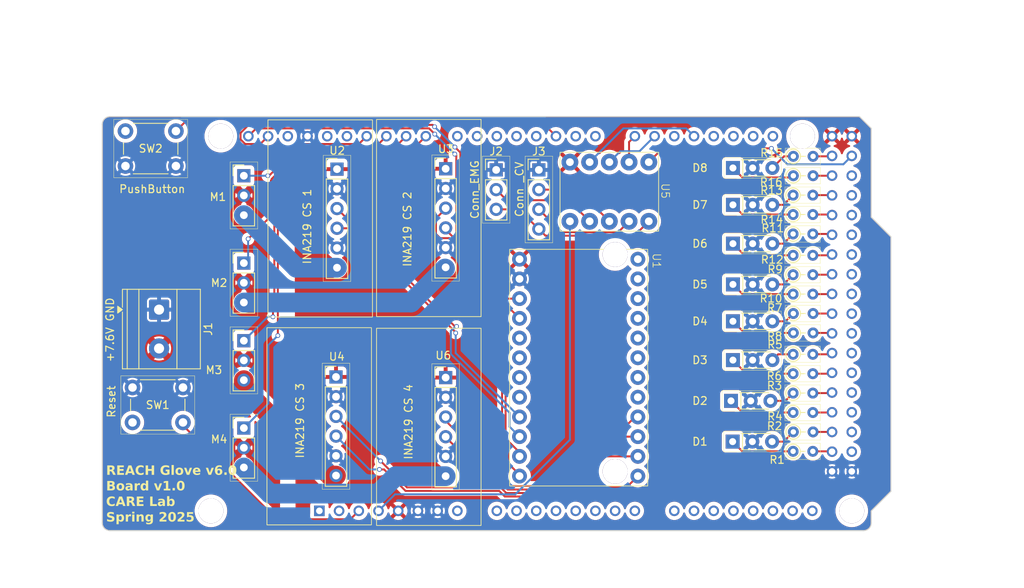
<source format=kicad_pcb>
(kicad_pcb (version 20241229) (generator "pcbnew") (generator_version "9.0")
  (layers (0 "F.Cu" signal) (2 "B.Cu" signal) (13 "F.Paste" user) (15 "B.Paste" user) (5 "F.SilkS" user "F.Silkscreen") (7 "B.SilkS" user "B.Silkscreen") (1 "F.Mask" user) (3 "B.Mask" user) (25 "Edge.Cuts" user))
  (net 0 "")
  (net 44 "GND")
  (net 45 "+3V3")
  (net 46 "+5V")
  (net 47 "VCC")
  (net 48 "/SERVO_V_1")
  (net 49 "+7.5V")
  (net 50 "/SERVO_V_2")
  (net 51 "/SERVO_V_3")
  (net 53 "Net-(U1-SD2)")
  (net 57 "Net-(U1-SC3)")
  (net 58 "Net-(U1-SD3)")
  (net 60 "Net-(U1-SC1)")
  (net 64 "Net-(U1-SD1)")
  (net 65 "Net-(U1-SC0)")
  (net 66 "Net-(U1-SC2)")
  (net 68 "Net-(U1-SD0)")
  (net 72 "Net-(A1-Pad2)")
  (net 73 "Net-(M1-PWM)")
  (net 74 "Net-(M3-PWM)")
  (net 75 "Net-(M4-PWM)")
  (net 76 "Net-(M2-PWM)")
  (net 77 "/SCL")
  (net 78 "/SDA")
  (net 79 "Net-(A1-PadRESET)")
  (net 80 "Net-(J2-Pin_2)")
  (net 81 "/RX2")
  (net 82 "/TX2")
  (net 83 "/RX3")
  (net 84 "/D23")
  (net 85 "/TX3")
  (net 86 "Net-(J2-Pin_3)")
  (net 87 "Net-(J3-Pin_2)")
  (net 88 "Net-(J3-Pin_3)")
  (net 91 "Net-(D1-A1)")
  (net 92 "Net-(D1-A2)")
  (net 93 "/D34")
  (net 94 "/D48")
  (net 95 "/D24")
  (net 96 "/D26")
  (net 97 "/D52")
  (net 99 "/D46")
  (net 100 "/D32")
  (net 101 "/D22")
  (net 103 "/D30")
  (net 104 "/D40")
  (net 105 "/D38")
  (net 106 "/D44")
  (net 107 "/D50")
  (net 108 "/D36")
  (net 109 "/D28")
  (net 110 "/D42")
  (net 111 "Net-(D2-A2)")
  (net 112 "Net-(D2-A1)")
  (net 113 "Net-(D3-A2)")
  (net 114 "Net-(D3-A1)")
  (net 115 "Net-(D4-A1)")
  (net 116 "Net-(D4-A2)")
  (net 117 "Net-(D5-A1)")
  (net 118 "Net-(D5-A2)")
  (net 119 "Net-(D6-A1)")
  (net 120 "Net-(D6-A2)")
  (net 121 "Net-(D7-A2)")
  (net 122 "Net-(D7-A1)")
  (net 123 "Net-(D8-A2)")
  (net 124 "Net-(D8-A1)")
  (net 125 "/SERVO_V_4")
  (footprint "LED_THT:LED_Rectangular_W5.0mm_H2.0mm-3Pins" (layer "F.Cu") (at 162 75.25)
    (property "Reference" "D5")
    (property "Value" "LED_Dual_AKA")
  )
  (footprint "adaFruit:INA219_CS" (layer "F.Cu") (at 112.141 93.5228)
    (property "Reference" "U4")
    (property "Value" "INA219 CS 3")
  )
  (footprint "Resistor_THT:R_Axial_DIN0204_L3.6mm_D1.6mm_P2.54mm_Vertical" (layer "F.Cu") (at 169.75 66.25)
    (property "Reference" "R14")
    (property "Value" "220")
  )
  (footprint "Button_Switch_THT:SW_PUSH_6mm" (layer "F.Cu") (at 83.75 55.5)
    (property "Reference" "SW2")
    (property "Value" "PushButton")
  )
  (footprint "adaFruit:TCA9548A_MultiplexerBreakout" (layer "F.Cu") (at 149.75 72)
    (property "Reference" "U1")
    (property "Value" "PCA9548ADB")
  )
  (footprint "LED_THT:LED_Rectangular_W5.0mm_H2.0mm-3Pins" (layer "F.Cu") (at 162 70)
    (property "Reference" "D6")
    (property "Value" "LED_Dual_AKA")
  )
  (footprint "Connector_PinHeader_2.54mm:PinHeader_1x03_P2.54mm_Vertical" (layer "F.Cu") (at 99 93.75)
    (property "Reference" "M4")
    (property "Value" "Motor_Servo" (hide yes))
  )
  (footprint "Resistor_THT:R_Axial_DIN0204_L3.6mm_D1.6mm_P2.54mm_Vertical" (layer "F.Cu") (at 169.75 86.75)
    (property "Reference" "R6")
    (property "Value" "220")
  )
  (footprint "LED_THT:LED_Rectangular_W5.0mm_H2.0mm-3Pins" (layer "F.Cu") (at 162 65)
    (property "Reference" "D7")
    (property "Value" "LED_Dual_AKA")
  )
  (footprint "LED_THT:LED_Rectangular_W5.0mm_H2.0mm-3Pins" (layer "F.Cu") (at 162 85)
    (property "Reference" "D3")
    (property "Value" "LED_Dual_AKA")
  )
  (footprint "Resistor_THT:R_Axial_DIN0204_L3.6mm_D1.6mm_P2.54mm_Vertical" (layer "F.Cu") (at 169.75 84.25)
    (property "Reference" "R5")
    (property "Value" "220")
  )
  (footprint "LED_THT:LED_Rectangular_W5.0mm_H2.0mm-3Pins" (layer "F.Cu") (at 161.96 95.5)
    (property "Reference" "D1")
    (property "Value" "LED_Dual_AKA")
  )
  (footprint "adaFruit:INA219_CS" (layer "F.Cu") (at 112.27 66.75)
    (property "Reference" "U2")
    (property "Value" "INA219 CS 1")
  )
  (footprint "Resistor_THT:R_Axial_DIN0204_L3.6mm_D1.6mm_P2.54mm_Vertical" (layer "F.Cu") (at 169.75 91.75)
    (property "Reference" "R4")
    (property "Value" "220")
  )
  (footprint "Connector_PinHeader_2.54mm:PinHeader_1x04_P2.54mm_Vertical" (layer "F.Cu") (at 137 60.5)
    (property "Reference" "J3")
    (property "Value" "Conn _CV")
  )
  (footprint "Resistor_THT:R_Axial_DIN0204_L3.6mm_D1.6mm_P2.54mm_Vertical" (layer "F.Cu") (at 169.75 63.75)
    (property "Reference" "R13")
    (property "Value" "220")
  )
  (footprint "Resistor_THT:R_Axial_DIN0204_L3.6mm_D1.6mm_P2.54mm_Vertical" (layer "F.Cu") (at 169.75 76.5)
    (property "Reference" "R10")
    (property "Value" "220")
  )
  (footprint "Resistor_THT:R_Axial_DIN0204_L3.6mm_D1.6mm_P2.54mm_Vertical" (layer "F.Cu") (at 169.75 96.75)
    (property "Reference" "R1")
    (property "Value" "220")
  )
  (footprint "Resistor_THT:R_Axial_DIN0204_L3.6mm_D1.6mm_P2.54mm_Vertical" (layer "F.Cu") (at 169.75 89.25)
    (property "Reference" "R3")
    (property "Value" "220")
  )
  (footprint "Connector_PinHeader_2.54mm:PinHeader_1x03_P2.54mm_Vertical" (layer "F.Cu") (at 99 61.25)
    (property "Reference" "M1")
    (property "Value" "Motor_Servo" (hide yes))
  )
  (footprint "Resistor_THT:R_Axial_DIN0204_L3.6mm_D1.6mm_P2.54mm_Vertical" (layer "F.Cu") (at 169.75 71.5)
    (property "Reference" "R12")
    (property "Value" "220")
  )
  (footprint "Connector_PinHeader_2.54mm:PinHeader_1x03_P2.54mm_Vertical" (layer "F.Cu") (at 99 72.5)
    (property "Reference" "M2")
    (property "Value" "Motor_Servo" (hide yes))
  )
  (footprint "Button_Switch_THT:SW_PUSH_6mm" (layer "F.Cu") (at 84.6594 88.5296)
    (property "Reference" "SW1")
    (property "Value" "Reset")
  )
  (footprint "Resistor_THT:R_Axial_DIN0204_L3.6mm_D1.6mm_P2.54mm_Vertical" (layer "F.Cu") (at 169.78 58.75)
    (property "Reference" "R15")
    (property "Value" "220")
  )
  (footprint "Resistor_THT:R_Axial_DIN0204_L3.6mm_D1.6mm_P2.54mm_Vertical" (layer "F.Cu") (at 169.78 94.25)
    (property "Reference" "R2")
    (property "Value" "220")
  )
  (footprint "Resistor_THT:R_Axial_DIN0204_L3.6mm_D1.6mm_P2.54mm_Vertical" (layer "F.Cu") (at 169.75 74)
    (property "Reference" "R9")
    (property "Value" "220")
  )
  (footprint "Resistor_THT:R_Axial_DIN0204_L3.6mm_D1.6mm_P2.54mm_Vertical" (layer "F.Cu") (at 169.78 79)
    (property "Reference" "R7")
    (property "Value" "220")
  )
  (footprint "adaFruit:INA219_CS" (layer "F.Cu") (at 126.2634 93.599)
    (property "Reference" "U6")
    (property "Value" "INA219 CS 4")
  )
  (footprint "Connector_PinHeader_2.54mm:PinHeader_1x03_P2.54mm_Vertical" (layer "F.Cu") (at 99 82.5)
    (property "Reference" "M3")
    (property "Value" "Motor_Servo" (hide yes))
  )
  (footprint "adaFruit:INA219_CS" (layer "F.Cu") (at 126.2634 66.7004)
    (property "Reference" "U3")
    (property "Value" "INA219 CS 2")
  )
  (footprint "Resistor_THT:R_Axial_DIN0204_L3.6mm_D1.6mm_P2.54mm_Vertical" (layer "F.Cu") (at 169.75 68.75)
    (property "Reference" "R11")
    (property "Value" "220")
  )
  (footprint "TerminalBlock_Phoenix:TerminalBlock_Phoenix_MKDS-1,5-2_1x02_P5.00mm_Horizontal" (layer "F.Cu") (at 88.0775 78.5 -90)
    (property "Reference" "J1")
    (property "Value" "+7.6V GND")
  )
  (footprint "A000067:MODULE_A000067" (layer "F.Cu") (at 131.56 80.3)
    (property "Reference" "A1" (hide yes))
    (property "Value" "A000067" (hide yes))
    (fp_line (start -50.8 25.67) (end -50.8 -25.67) (stroke (width 0.127)) (layer "Edge.Cuts"))
    (fp_line (start -49.8 -26.67) (end 46.736 -26.67) (stroke (width 0.127)) (layer "Edge.Cuts"))
    (fp_line (start 46.736 -26.67) (end 48.26 -25.146) (stroke (width 0.127)) (layer "Edge.Cuts"))
    (fp_line (start 47.26 26.67) (end -49.8 26.67) (stroke (width 0.127)) (layer "Edge.Cuts"))
    (fp_line (start 48.26 -25.146) (end 48.26 -13.716) (stroke (width 0.127)) (layer "Edge.Cuts"))
    (fp_line (start 48.26 -13.716) (end 50.8 -11.176) (stroke (width 0.127)) (layer "Edge.Cuts"))
    (fp_line (start 48.26 24.13) (end 48.26 25.67) (stroke (width 0.127)) (layer "Edge.Cuts"))
    (fp_line (start 50.8 -11.176) (end 50.8 21.59) (stroke (width 0.127)) (layer "Edge.Cuts"))
    (fp_line (start 50.8 21.59) (end 48.26 24.13) (stroke (width 0.127)) (layer "Edge.Cuts"))
    (fp_arc (start -50.8 -25.67) (mid -50.507107 -26.377107) (end -49.8 -26.67) (stroke (width 0.127)) (layer "Edge.Cuts"))
    (fp_arc (start -49.8 26.67) (mid -50.507107 26.377107) (end -50.8 25.67) (stroke (width 0.127)) (layer "Edge.Cuts"))
    (fp_arc (start 48.26 25.67) (mid 47.967107 26.377107) (end 47.26 26.67) (stroke (width 0.127)) (layer "Edge.Cuts"))
  )
  (footprint "LED_THT:LED_Rectangular_W5.0mm_H2.0mm-3Pins" (layer "F.Cu") (at 162 80)
    (property "Reference" "D4")
    (property "Value" "LED_Dual_AKA")
  )
  (footprint "eelLib:Pololu-LLShift_2595" (layer "F.Cu") (at 152.43 58.23 90)
    (property "Reference" "U5")
    (property "Value" "LVL_SHIFT")
  )
  (footprint "Connector_PinHeader_2.54mm:PinHeader_1x03_P2.54mm_Vertical" (layer "F.Cu") (at 131.5 60.5)
    (property "Reference" "J2")
    (property "Value" "Conn_EMG")
  )
  (footprint "LED_THT:LED_Rectangular_W5.0mm_H2.0mm-3Pins" (layer "F.Cu") (at 161.75 90.25)
    (property "Reference" "D2")
    (property "Value" "LED_Dual_AKA")
  )
  (footprint "Resistor_THT:R_Axial_DIN0204_L3.6mm_D1.6mm_P2.54mm_Vertical" (layer "F.Cu") (at 169.78 81.5)
    (property "Reference" "R8")
    (property "Value" "220")
  )
  (footprint "Resistor_THT:R_Axial_DIN0204_L3.6mm_D1.6mm_P2.54mm_Vertical" (layer "F.Cu") (at 169.78 61.25)
    (property "Reference" "R16")
    (property "Value" "220")
  )
  (footprint "LED_THT:LED_Rectangular_W5.0mm_H2.0mm-3Pins" (layer "F.Cu") (at 162 60.25)
    (property "Reference" "D8")
    (property "Value" "LED_Dual_AKA")
  )
  (gr_text "REACH Glove v6.0\nBoard v1.0\nCARE Lab\nSpring 2025" (at 81.25 106 0) (layer "F.SilkS") (effects (font (size 1.1938 1.1938) (thickness 0.28575) (bold yes)) (justify left bottom)))
  (segment (start 133.972273 102.2858) (end 141 95.258073) (width 0.25) (layer "B.Cu") (net 45))
  (segment (start 118.477 102.2858) (end 133.972273 102.2858) (width 0.25) (layer "B.Cu") (net 45))
  (segment (start 141 95.258073) (end 141 67.12) (width 0.25) (layer "B.Cu") (net 45))
  (segment (start 116.3456 104.4172) (end 118.477 102.2858) (width 0.25) (layer "B.Cu") (net 45))
  (segment (start 99 66.33) (end 105.77 73.1) (width 2.54) (layer "B.Cu") (net 48))
  (segment (start 105.77 73.1) (end 111 73.1) (width 2.54) (layer "B.Cu") (net 48))
  (segment (start 120.537 77.58) (end 124.917 73.2) (width 2.54) (layer "B.Cu") (net 50))
  (segment (start 99 77.58) (end 120.537 77.58) (width 2.54) (layer "B.Cu") (net 50))
  (segment (start 99 87.58) (end 99 88.782081) (width 2.54) (layer "F.Cu") (net 51))
  (segment (start 110.090719 99.8728) (end 110.871 99.8728) (width 2.54) (layer "F.Cu") (net 51))
  (segment (start 99 88.782081) (end 110.090719 99.8728) (width 2.54) (layer "F.Cu") (net 51))
  (segment (start 117.063232 99.082842) (end 119.82819 101.8478) (width 0.25) (layer "F.Cu") (net 53))
  (segment (start 141.09351 102.5715) (end 142.31901 101.346) (width 0.25) (layer "F.Cu") (net 53))
  (segment (start 132.61408 102.5715) (end 141.09351 102.5715) (width 0.25) (layer "F.Cu") (net 53))
  (segment (start 119.82819 101.8478) (end 131.89038 101.8478) (width 0.25) (layer "F.Cu") (net 53))
  (segment (start 116.459 99.082842) (end 117.063232 99.082842) (width 0.25) (layer "F.Cu") (net 53))
  (segment (start 131.89038 101.8478) (end 132.61408 102.5715) (width 0.25) (layer "F.Cu") (net 53))
  (segment (start 142.31901 101.346) (end 148.344 101.346) (width 0.25) (layer "F.Cu") (net 53))
  (segment (start 148.344 101.346) (end 149.75 99.94) (width 0.25) (layer "F.Cu") (net 53))
  (via (at 116.459 99.082842) (size 0.6) (drill 0.4) (layers "F.Cu" "B.Cu") (net 53))
  (segment (start 115.161042 99.082842) (end 110.871 94.7928) (width 0.25) (layer "B.Cu") (net 53))
  (segment (start 116.459 99.082842) (end 115.161042 99.082842) (width 0.25) (layer "B.Cu") (net 53))
  (segment (start 140.4879 101.2185) (end 149.3864 92.32) (width 0.25) (layer "F.Cu") (net 57))
  (segment (start 124.9934 92.329) (end 124.9934 92.81121) (width 0.25) (layer "F.Cu") (net 57))
  (segment (start 149.3864 92.32) (end 149.75 92.32) (width 0.25) (layer "F.Cu") (net 57))
  (segment (start 133.40069 101.2185) (end 140.4879 101.2185) (width 0.25) (layer "F.Cu") (net 57))
  (segment (start 124.9934 92.81121) (end 133.40069 101.2185) (width 0.25) (layer "F.Cu") (net 57))
  (segment (start 131.0194 100.9458) (end 132.264 100.9458) (width 0.25) (layer "F.Cu") (net 58))
  (segment (start 145.44039 96.949) (end 145.4686 96.949) (width 0.25) (layer "F.Cu") (net 58))
  (segment (start 124.9934 94.9198) (end 131.0194 100.9458) (width 0.25) (layer "F.Cu") (net 58))
  (segment (start 124.9934 94.869) (end 124.9934 94.9198) (width 0.25) (layer "F.Cu") (net 58))
  (segment (start 147.5576 94.86) (end 149.75 94.86) (width 0.25) (layer "F.Cu") (net 58))
  (segment (start 132.9877 101.6695) (end 140.71989 101.6695) (width 0.25) (layer "F.Cu") (net 58))
  (segment (start 145.4686 96.949) (end 147.5576 94.86) (width 0.25) (layer "F.Cu") (net 58))
  (segment (start 132.264 100.9458) (end 132.9877 101.6695) (width 0.25) (layer "F.Cu") (net 58))
  (segment (start 140.71989 101.6695) (end 145.44039 96.949) (width 0.25) (layer "F.Cu") (net 58))
  (segment (start 123.741 66.756) (end 123.741 68.741) (width 0.25) (layer "F.Cu") (net 60))
  (segment (start 134.51 99.7628) (end 134.51 99.94) (width 0.25) (layer "F.Cu") (net 60))
  (segment (start 132.264 95.28441) (end 133.0452 96.06561) (width 0.25) (layer "F.Cu") (net 60))
  (segment (start 123.741 68.741) (end 124.2912 69.2912) (width 0.25) (layer "F.Cu") (net 60))
  (segment (start 132.264 78.64962) (end 132.264 95.28441) (width 0.25) (layer "F.Cu") (net 60))
  (segment (start 125.45039 69.2912) (end 128.549 72.38981) (width 0.25) (layer "F.Cu") (net 60))
  (segment (start 133.0452 96.06561) (end 133.0452 98.298) (width 0.25) (layer "F.Cu") (net 60))
  (segment (start 124.2912 69.2912) (end 125.45039 69.2912) (width 0.25) (layer "F.Cu") (net 60))
  (segment (start 124.917 65.58) (end 123.741 66.756) (width 0.25) (layer "F.Cu") (net 60))
  (segment (start 128.549 74.93462) (end 132.264 78.64962) (width 0.25) (layer "F.Cu") (net 60))
  (segment (start 128.549 72.38981) (end 128.549 74.93462) (width 0.25) (layer "F.Cu") (net 60))
  (segment (start 133.0452 98.298) (end 134.51 99.7628) (width 0.25) (layer "F.Cu") (net 60))
  (segment (start 129 72.203) (end 129 74.74781) (width 0.25) (layer "F.Cu") (net 64))
  (segment (start 129 74.74781) (end 132.715 78.46281) (width 0.25) (layer "F.Cu") (net 64))
  (segment (start 124.917 68.12) (end 129 72.203) (width 0.25) (layer "F.Cu") (net 64))
  (segment (start 132.715 78.46281) (end 132.715 95.0976) (width 0.25) (layer "F.Cu") (net 64))
  (segment (start 132.715 95.0976) (end 134.51 96.8926) (width 0.25) (layer "F.Cu") (net 64))
  (segment (start 134.51 96.8926) (end 134.51 97.4) (width 0.25) (layer "F.Cu") (net 64))
  (segment (start 126.1777 80.6577) (end 111 65.48) (width 0.25) (layer "F.Cu") (net 65))
  (segment (start 126.4031 80.6577) (end 126.1777 80.6577) (width 0.25) (layer "F.Cu") (net 65))
  (via (at 126.4031 80.6577) (size 0.6) (drill 0.4) (layers "F.Cu" "B.Cu") (net 65))
  (segment (start 126.029502 80.8826) (end 125.6628 81.249302) (width 0.25) (layer "B.Cu") (net 65))
  (segment (start 126.1782 80.8826) (end 126.029502 80.8826) (width 0.25) (layer "B.Cu") (net 65))
  (segment (start 126.4031 80.6577) (end 126.1782 80.8826) (width 0.25) (layer "B.Cu") (net 65))
  (segment (start 133.2315 93.5815) (end 134.51 94.86) (width 0.25) (layer "B.Cu") (net 65))
  (segment (start 125.6628 84.221727) (end 133.2315 91.790427) (width 0.25) (layer "B.Cu") (net 65))
  (segment (start 125.6628 81.249302) (end 125.6628 84.221727) (width 0.25) (layer "B.Cu") (net 65))
  (segment (start 133.2315 91.790427) (end 133.2315 93.5815) (width 0.25) (layer "B.Cu") (net 65))
  (segment (start 132.07719 101.3968) (end 132.80089 102.1205) (width 0.25) (layer "F.Cu") (net 66))
  (segment (start 140.9067 102.1205) (end 145.6272 97.4) (width 0.25) (layer "F.Cu") (net 66))
  (segment (start 116.6114 97.9932) (end 120.015 101.3968) (width 0.25) (layer "F.Cu") (net 66))
  (segment (start 145.6272 97.4) (end 149.75 97.4) (width 0.25) (layer "F.Cu") (net 66))
  (segment (start 132.80089 102.1205) (end 140.9067 102.1205) (width 0.25) (layer "F.Cu") (net 66))
  (segment (start 120.015 101.3968) (end 132.07719 101.3968) (width 0.25) (layer "F.Cu") (net 66))
  (via (at 116.6114 97.9932) (size 0.6) (drill 0.4) (layers "F.Cu" "B.Cu") (net 66))
  (segment (start 110.871 92.2528) (end 116.6114 97.9932) (width 0.25) (layer "B.Cu") (net 66))
  (segment (start 126.2888 81.4324) (end 126.2888 81.5086) (width 0.25) (layer "F.Cu") (net 68))
  (segment (start 112.8776 68.0212) (end 126.2888 81.4324) (width 0.25) (layer "F.Cu") (net 68))
  (segment (start 112.8764 68.02) (end 112.8776 68.0212) (width 0.25) (layer "F.Cu") (net 68))
  (segment (start 111 68.02) (end 112.8764 68.02) (width 0.25) (layer "F.Cu") (net 68))
  (via (at 126.2888 81.5086) (size 0.6) (drill 0.4) (layers "F.Cu" "B.Cu") (net 68))
  (segment (start 126.2888 84.0988) (end 126.2888 81.5086) (width 0.25) (layer "B.Cu") (net 68))
  (segment (start 134.51 92.32) (end 126.2888 84.0988) (width 0.25) (layer "B.Cu") (net 68))
  (segment (start 136.9726 53.9242) (end 139.2056 56.1572) (width 0.25) (layer "F.Cu") (net 72))
  (segment (start 91.8258 53.9242) (end 136.9726 53.9242) (width 0.25) (layer "F.Cu") (net 72))
  (segment (start 90.25 55.5) (end 91.8258 53.9242) (width 0.25) (layer "F.Cu") (net 72))
  (segment (start 102.25 61.25) (end 106.3378 57.1622) (width 0.25) (layer "F.Cu") (net 73))
  (segment (start 106.3378 57.1622) (end 113.8166 57.1622) (width 0.25) (layer "F.Cu") (net 73))
  (segment (start 102.0826 61.25) (end 102.25 61.25) (width 0.25) (layer "F.Cu") (net 73))
  (segment (start 113.8166 57.1622) (end 114.8216 56.1572) (width 0.25) (layer "F.Cu") (net 73))
  (via (at 102.0826 61.25) (size 0.6) (drill 0.4) (layers "F.Cu" "B.Cu") (net 73))
  (segment (start 99 61.25) (end 102.0826 61.25) (width 0.25) (layer "B.Cu") (net 73))
  (segment (start 102.927 78.573) (end 102.927 62.073) (width 0.25) (layer "F.Cu") (net 74))
  (segment (start 102.927 62.073) (end 106.9358 58.0642) (width 0.25) (layer "F.Cu") (net 74))
  (segment (start 102.753 79.4258) (end 102.753 78.747) (width 0.25) (layer "F.Cu") (net 74))
  (segment (start 106.9358 58.0642) (end 117.9946 58.0642) (width 0.25) (layer "F.Cu") (net 74))
  (segment (start 102.753 78.747) (end 102.927 78.573) (width 0.25) (layer "F.Cu") (net 74))
  (segment (start 117.9946 58.0642) (end 119.9016 56.1572) (width 0.25) (layer "F.Cu") (net 74))
  (via (at 102.753 79.4258) (size 0.6) (drill 0.4) (layers "F.Cu" "B.Cu") (net 74))
  (segment (start 99 82.5) (end 102.0742 79.4258) (width 0.25) (layer "B.Cu") (net 74))
  (segment (start 102.0742 79.4258) (end 102.753 79.4258) (width 0.25) (layer "B.Cu") (net 74))
  (segment (start 107.12261 58.5152) (end 120.0836 58.5152) (width 0.25) (layer "F.Cu") (net 75))
  (segment (start 103.378 81.8388) (end 103.378 62.25981) (width 0.25) (layer "F.Cu") (net 75))
  (segment (start 120.0836 58.5152) (end 122.4416 56.1572) (width 0.25) (layer "F.Cu") (net 75))
  (segment (start 103.378 62.25981) (end 107.12261 58.5152) (width 0.25) (layer "F.Cu") (net 75))
  (via (at 103.378 81.8388) (size 0.6) (drill 0.4) (layers "F.Cu" "B.Cu") (net 75))
  (segment (start 103.378 81.8388) (end 102.1588 83.058) (width 0.25) (layer "B.Cu") (net 75))
  (segment (start 102.1588 83.058) (end 102.1588 90.5912) (width 0.25) (layer "B.Cu") (net 75))
  (segment (start 102.1588 90.5912) (end 99 93.75) (width 0.25) (layer "B.Cu") (net 75))
  (segment (start 99.55112 69.38428) (end 102.476 66.4594) (width 0.25) (layer "F.Cu") (net 76))
  (segment (start 102.5906 61.6594) (end 106.6368 57.6132) (width 0.25) (layer "F.Cu") (net 76))
  (segment (start 102.5906 61.77159) (end 102.5906 61.6594) (width 0.25) (layer "F.Cu") (net 76))
  (segment (start 102.476 66.4594) (end 102.476 61.88619) (width 0.25) (layer "F.Cu") (net 76))
  (segment (start 106.6368 57.6132) (end 115.9056 57.6132) (width 0.25) (layer "F.Cu") (net 76))
  (segment (start 102.476 61.88619) (end 102.5906 61.77159) (width 0.25) (layer "F.Cu") (net 76))
  (segment (start 115.9056 57.6132) (end 117.3616 56.1572) (width 0.25) (layer "F.Cu") (net 76))
  (via (at 99.55112 69.38428) (size 0.6) (drill 0.4) (layers "F.Cu" "B.Cu") (net 76))
  (segment (start 99.55112 71.94888) (end 99 72.5) (width 0.25) (layer "B.Cu") (net 76))
  (segment (start 99.55112 69.38428) (end 99.55112 71.94888) (width 0.25) (layer "B.Cu") (net 76))
  (segment (start 129.4384 72.00359) (end 129.4384 71.8566) (width 0.25) (layer "F.Cu") (net 77))
  (segment (start 126.365 68.7832) (end 126.365 58.659315) (width 0.25) (layer "F.Cu") (net 77))
  (segment (start 129.451 72.01619) (end 129.4384 72.00359) (width 0.25) (layer "F.Cu") (net 77))
  (segment (start 100.5866 55.1522) (end 99.5816 56.1572) (width 0.25) (layer "F.Cu") (net 77))
  (segment (start 122.857885 55.1522) (end 100.5866 55.1522) (width 0.25) (layer "F.Cu") (net 77))
  (segment (start 134.51 79.62) (end 134.51 80.12) (width 0.25) (layer "F.Cu") (net 77))
  (segment (start 134.51 79.62) (end 129.451 74.561) (width 0.25) (layer "F.Cu") (net 77))
  (segment (start 129.4384 71.8566) (end 126.365 68.7832) (width 0.25) (layer "F.Cu") (net 77))
  (segment (start 123.591043 55.885357) (end 122.857885 55.1522) (width 0.25) (layer "F.Cu") (net 77))
  (segment (start 129.451 74.561) (end 129.451 72.01619) (width 0.25) (layer "F.Cu") (net 77))
  (segment (start 126.365 58.659315) (end 126.169143 58.463457) (width 0.25) (layer "F.Cu") (net 77))
  (via (at 126.169143 58.463457) (size 0.6) (drill 0.4) (layers "F.Cu" "B.Cu") (net 77))
  (via (at 123.591043 55.885357) (size 0.6) (drill 0.4) (layers "F.Cu" "B.Cu") (net 77))
  (segment (start 126.169143 58.463457) (end 123.591043 55.885357) (width 0.25) (layer "B.Cu") (net 77))
  (segment (start 126.887105 58.256305) (end 126.1872 57.5564) (width 0.25) (layer "F.Cu") (net 78))
  (segment (start 98.5766 56.573485) (end 99.165315 57.1622) (width 0.25) (layer "F.Cu") (net 78))
  (segment (start 101.1166 57.1622) (end 102.1216 56.1572) (width 0.25) (layer "F.Cu") (net 78))
  (segment (start 134.51 77.08) (end 134.51 77.58) (width 0.25) (layer "F.Cu") (net 78))
  (segment (start 99.616315 54.7012) (end 98.5766 55.740915) (width 0.25) (layer "F.Cu") (net 78))
  (segment (start 98.5766 55.740915) (end 98.5766 56.573485) (width 0.25) (layer "F.Cu") (net 78))
  (segment (start 123.571 54.9402) (end 123.332 54.7012) (width 0.25) (layer "F.Cu") (net 78))
  (segment (start 129.902 74.1744) (end 129.902 71.68239) (width 0.25) (layer "F.Cu") (net 78))
  (segment (start 129.902 71.68239) (end 126.887105 68.667495) (width 0.25) (layer "F.Cu") (net 78))
  (segment (start 126.887105 68.667495) (end 126.887105 58.256305) (width 0.25) (layer "F.Cu") (net 78))
  (segment (start 134.51 77.08) (end 132.8076 77.08) (width 0.25) (layer "F.Cu") (net 78))
  (segment (start 123.332 54.7012) (end 99.616315 54.7012) (width 0.25) (layer "F.Cu") (net 78))
  (segment (start 132.8076 77.08) (end 129.902 74.1744) (width 0.25) (layer "F.Cu") (net 78))
  (segment (start 99.165315 57.1622) (end 101.1166 57.1622) (width 0.25) (layer "F.Cu") (net 78))
  (via (at 123.571 54.9402) (size 0.6) (drill 0.4) (layers "F.Cu" "B.Cu") (net 78))
  (via (at 126.1872 57.5564) (size 0.6) (drill 0.4) (layers "F.Cu" "B.Cu") (net 78))
  (segment (start 126.1872 57.5564) (end 123.571 54.9402) (width 0.25) (layer "B.Cu") (net 78))
  (segment (start 112.7228 105.5) (end 113.8056 104.4172) (width 0.25) (layer "F.Cu") (net 79))
  (segment (start 103.25 105.5) (end 112.7228 105.5) (width 0.25) (layer "F.Cu") (net 79))
  (segment (start 90.5 92.75) (end 103.25 105.5) (width 0.25) (layer "F.Cu") (net 79))
  (segment (start 140.824 64.404) (end 132.864 64.404) (width 0.25) (layer "F.Cu") (net 80))
  (segment (start 132.864 64.404) (end 131.5 63.04) (width 0.25) (layer "F.Cu") (net 80))
  (segment (start 143.54 67.12) (end 140.824 64.404) (width 0.25) (layer "F.Cu") (net 80))
  (segment (start 143.54 59.5) (end 147.8878 55.1522) (width 0.25) (layer "B.Cu") (net 81))
  (segment (start 155.9806 55.1522) (end 156.9856 56.1572) (width 0.25) (layer "B.Cu") (net 81))
  (segment (start 147.8878 55.1522) (end 155.9806 55.1522) (width 0.25) (layer "B.Cu") (net 81))
  (segment (start 146.08 59.5) (end 147.4902 58.0898) (width 0.25) (layer "B.Cu") (net 83))
  (segment (start 147.4902 58.0898) (end 149.973 58.0898) (width 0.25) (layer "B.Cu") (net 83))
  (segment (start 149.973 58.0898) (end 151.9056 56.1572) (width 0.25) (layer "B.Cu") (net 83))
  (segment (start 167.000085 57.724) (end 166.9542 57.724) (width 0.25) (layer "F.Cu") (net 84))
  (segment (start 152.936 57.724) (end 165.9128 57.724) (width 0.25) (layer "F.Cu") (net 84))
  (segment (start 151.16 59.5) (end 152.936 57.724) (width 0.25) (layer "F.Cu") (net 84))
  (segment (start 166.9542 57.724) (end 165.9128 57.724) (width 0.25) (layer "F.Cu") (net 84))
  (via (at 166.9542 57.724) (size 0.6) (drill 0.4) (layers "F.Cu" "B.Cu") (net 84))
  (segment (start 176.2268 59.776) (end 169.0062 59.776) (width 0.25) (layer "B.Cu") (net 84))
  (segment (start 169.0062 59.776) (end 166.9542 57.724) (width 0.25) (layer "B.Cu") (net 84))
  (segment (start 177.3056 58.6972) (end 176.2268 59.776) (width 0.25) (layer "B.Cu") (net 84))
  (segment (start 148.62 59.5) (end 148.62 56.9028) (width 0.25) (layer "F.Cu") (net 85))
  (segment (start 148.62 56.9028) (end 149.3656 56.1572) (width 0.25) (layer "F.Cu") (net 85))
  (segment (start 149.3035 68.9765) (end 151.16 67.12) (width 0.25) (layer "F.Cu") (net 86))
  (segment (start 137.8565 68.9765) (end 149.3035 68.9765) (width 0.25) (layer "F.Cu") (net 86))
  (segment (start 137 68.12) (end 137.8565 68.9765) (width 0.25) (layer "F.Cu") (net 86))
  (segment (start 131.5 65.58) (end 134.4394 65.58) (width 0.25) (layer "F.Cu") (net 86))
  (segment (start 136.9794 68.12) (end 137 68.12) (width 0.25) (layer "F.Cu") (net 86))
  (segment (start 134.4394 65.58) (end 136.9794 68.12) (width 0.25) (layer "F.Cu") (net 86))
  (segment (start 142 63.04) (end 146.08 67.12) (width 0.25) (layer "F.Cu") (net 87))
  (segment (start 137 63.04) (end 142 63.04) (width 0.25) (layer "F.Cu") (net 87))
  (segment (start 137 65.58) (end 139.9455 68.5255) (width 0.25) (layer "F.Cu") (net 88))
  (segment (start 147.2145 68.5255) (end 148.62 67.12) (width 0.25) (layer "F.Cu") (net 88))
  (segment (start 139.9455 68.5255) (end 147.2145 68.5255) (width 0.25) (layer "F.Cu") (net 88))
  (segment (start 163.21 96.75) (end 161.96 95.5) (width 0.25) (layer "F.Cu") (net 91))
  (segment (start 169.75 96.75) (end 163.21 96.75) (width 0.25) (layer "F.Cu") (net 91))
  (segment (start 167.04 95.5) (end 168.53 95.5) (width 0.25) (layer "F.Cu") (net 92))
  (segment (start 168.53 95.5) (end 169.78 94.25) (width 0.25) (layer "F.Cu") (net 92))
  (segment (start 174.7028 74) (end 174.7656 73.9372) (width 0.25) (layer "F.Cu") (net 93))
  (segment (start 172.29 74) (end 174.7028 74) (width 0.25) (layer "F.Cu") (net 93))
  (segment (start 172.29 91.75) (end 174.7328 91.75) (width 0.25) (layer "F.Cu") (net 94))
  (segment (start 174.7328 91.75) (end 174.7656 91.7172) (width 0.25) (layer "F.Cu") (net 94))
  (segment (start 172.32 61.25) (end 174.7528 61.25) (width 0.25) (layer "F.Cu") (net 95))
  (segment (start 174.7528 61.25) (end 174.7656 61.2372) (width 0.25) (layer "F.Cu") (net 95))
  (segment (start 172.29 63.75) (end 174.7384 63.75) (width 0.25) (layer "F.Cu") (net 96))
  (segment (start 174.7384 63.75) (end 174.7656 63.7772) (width 0.25) (layer "F.Cu") (net 96))
  (segment (start 172.29 96.75) (end 174.7184 96.75) (width 0.25) (layer "F.Cu") (net 97))
  (segment (start 174.7184 96.75) (end 174.7656 96.7972) (width 0.25) (layer "F.Cu") (net 97))
  (segment (start 174.6928 89.25) (end 174.7656 89.1772) (width 0.25) (layer "F.Cu") (net 99))
  (segment (start 172.29 89.25) (end 174.6928 89.25) (width 0.25) (layer "F.Cu") (net 99))
  (segment (start 172.29 71.5) (end 174.6628 71.5) (width 0.25) (layer "F.Cu") (net 100))
  (segment (start 174.6628 71.5) (end 174.7656 71.3972) (width 0.25) (layer "F.Cu") (net 100))
  (segment (start 174.7128 58.75) (end 174.7656 58.6972) (width 0.25) (layer "F.Cu") (net 101))
  (segment (start 172.32 58.75) (end 174.7128 58.75) (width 0.25) (layer "F.Cu") (net 101))
  (segment (start 172.29 68.75) (end 174.6584 68.75) (width 0.25) (layer "F.Cu") (net 103))
  (segment (start 174.6584 68.75) (end 174.7656 68.8572) (width 0.25) (layer "F.Cu") (net 103))
  (segment (start 172.32 81.5) (end 174.7084 81.5) (width 0.25) (layer "F.Cu") (net 104))
  (segment (start 174.7084 81.5) (end 174.7656 81.5572) (width 0.25) (layer "F.Cu") (net 104))
  (segment (start 172.32 79) (end 174.7484 79) (width 0.25) (layer "F.Cu") (net 105))
  (segment (start 174.7484 79) (end 174.7656 79.0172) (width 0.25) (layer "F.Cu") (net 105))
  (segment (start 172.29 86.75) (end 174.6528 86.75) (width 0.25) (layer "F.Cu") (net 106))
  (segment (start 174.6528 86.75) (end 174.7656 86.6372) (width 0.25) (layer "F.Cu") (net 106))
  (segment (start 174.7584 94.25) (end 174.7656 94.2572) (width 0.25) (layer "F.Cu") (net 107))
  (segment (start 172.32 94.25) (end 174.7584 94.25) (width 0.25) (layer "F.Cu") (net 107))
  (segment (start 172.29 76.5) (end 174.7428 76.5) (width 0.25) (layer "F.Cu") (net 108))
  (segment (start 174.7428 76.5) (end 174.7656 76.4772) (width 0.25) (layer "F.Cu") (net 108))
  (segment (start 172.29 66.25) (end 174.6984 66.25) (width 0.25) (layer "F.Cu") (net 109))
  (segment (start 174.6984 66.25) (end 174.7656 66.3172) (width 0.25) (layer "F.Cu") (net 109))
  (segment (start 172.29 84.25) (end 174.6128 84.25) (width 0.25) (layer "F.Cu") (net 110))
  (segment (start 174.6128 84.25) (end 174.7656 84.0972) (width 0.25) (layer "F.Cu") (net 110))
  (segment (start 166.83 90.25) (end 168.75 90.25) (width 0.25) (layer "F.Cu") (net 111))
  (segment (start 168.75 90.25) (end 169.75 89.25) (width 0.25) (layer "F.Cu") (net 111))
  (segment (start 163.25 91.75) (end 161.75 90.25) (width 0.25) (layer "F.Cu") (net 112))
  (segment (start 169.75 91.75) (end 163.25 91.75) (width 0.25) (layer "F.Cu") (net 112))
  (segment (start 167.83 84.25) (end 169.75 84.25) (width 0.25) (layer "F.Cu") (net 113))
  (segment (start 167.08 85) (end 167.83 84.25) (width 0.25) (layer "F.Cu") (net 113))
  (segment (start 169.75 86.75) (end 163.75 86.75) (width 0.25) (layer "F.Cu") (net 114))
  (segment (start 163.75 86.75) (end 162 85) (width 0.25) (layer "F.Cu") (net 114))
  (segment (start 169.78 81.5) (end 163.5 81.5) (width 0.25) (layer "F.Cu") (net 115))
  (segment (start 163.5 81.5) (end 162 80) (width 0.25) (layer "F.Cu") (net 115))
  (segment (start 167.08 80) (end 168.78 80) (width 0.25) (layer "F.Cu") (net 116))
  (segment (start 168.78 80) (end 169.78 79) (width 0.25) (layer "F.Cu") (net 116))
  (segment (start 163.25 76.5) (end 169.75 76.5) (width 0.25) (layer "F.Cu") (net 117))
  (segment (start 162 75.25) (end 163.25 76.5) (width 0.25) (layer "F.Cu") (net 117))
  (segment (start 167.08 75.25) (end 168.5 75.25) (width 0.25) (layer "F.Cu") (net 118))
  (segment (start 168.5 75.25) (end 169.75 74) (width 0.25) (layer "F.Cu") (net 118))
  (segment (start 163.5 71.5) (end 169.75 71.5) (width 0.25) (layer "F.Cu") (net 119))
  (segment (start 162 70) (end 163.5 71.5) (width 0.25) (layer "F.Cu") (net 119))
  (segment (start 167.08 70) (end 168.5 70) (width 0.25) (layer "F.Cu") (net 120))
  (segment (start 168.5 70) (end 169.75 68.75) (width 0.25) (layer "F.Cu") (net 120))
  (segment (start 167.08 65) (end 168.5 65) (width 0.25) (layer "F.Cu") (net 121))
  (segment (start 168.5 65) (end 169.75 63.75) (width 0.25) (layer "F.Cu") (net 121))
  (segment (start 169.75 66.25) (end 163.25 66.25) (width 0.25) (layer "F.Cu") (net 122))
  (segment (start 163.25 66.25) (end 162 65) (width 0.25) (layer "F.Cu") (net 122))
  (segment (start 168.58 58.75) (end 169.78 58.75) (width 0.25) (layer "F.Cu") (net 123))
  (segment (start 167.08 60.25) (end 168.58 58.75) (width 0.25) (layer "F.Cu") (net 123))
  (segment (start 163.226 61.476) (end 162 60.25) (width 0.25) (layer "F.Cu") (net 124))
  (segment (start 169.78 61.25) (end 169.554 61.476) (width 0.25) (layer "F.Cu") (net 124))
  (segment (start 169.554 61.476) (end 163.226 61.476) (width 0.25) (layer "F.Cu") (net 124))
  (segment (start 118.556716 99.949) (end 124.9934 99.949) (width 2.54) (layer "B.Cu") (net 125))
  (segment (start 116.311916 102.1938) (end 118.556716 99.949) (width 2.54) (layer "B.Cu") (net 125))
  (segment (start 99 98.83) (end 102.3638 102.1938) (width 2.54) (layer "B.Cu") (net 125))
  (segment (start 102.3638 102.1938) (end 116.311916 102.1938) (width 2.54) (layer "B.Cu") (net 125))
  (zone (net 49) (net_name "+7.5V") (layer "F.Cu") (priority 2) (connect_pads (clearance 0.508)) (min_thickness 0.25) (fill yes (thermal_gap 0.254) (thermal_bridge_width 1.016))
    (polygon (pts (xy 67.5894 50.2666) (xy 103.856436 50.625064) (xy 103.641533 109.936409) (xy 67.8434 109.4486)))
  )
  (zone (net 46) (net_name "+5V") (layer "F.Cu") (connect_pads (clearance 0.508)) (min_thickness 0.25) (fill yes (thermal_gap 0.5) (thermal_bridge_width 0.5))
    (polygon (pts (xy 199.012497 40.749125) (xy 199.512497 113.999125) (xy 105.697017 114.354487) (xy 105.444551 38.614495)))
  )
  (zone (net 44) (net_name "GND") (layer "B.Cu") (priority 1) (connect_pads (clearance 0.508)) (min_thickness 0.25) (fill yes (thermal_gap 0.254) (thermal_bridge_width 0.508))
    (polygon (pts (xy 78.8924 51.9938) (xy 184.6834 51.054) (xy 184.6834 109.4994) (xy 78.0796 109.4486)))
  )
)
</source>
